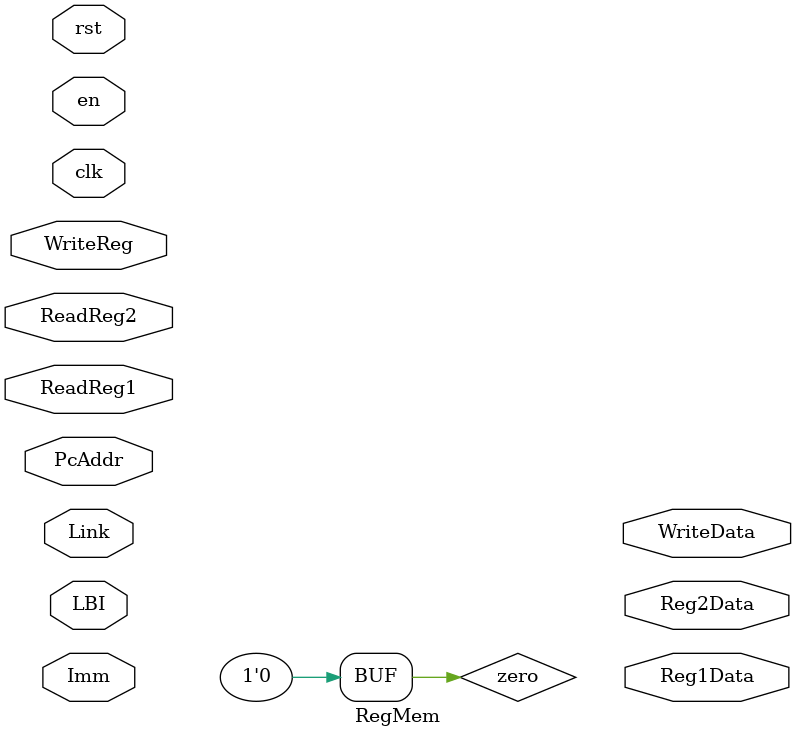
<source format=v>
module RegMem(
    //Output(s)
    Reg1Data,
    Reg2Data,
    //Input(s)
    ReadReg1, //Rs
    ReadReg2, //Rt
    WriteReg, //Rd
    WriteData,
    Imm, 
    clk,
    rst,
    PcAddr,
    LBI, Link, en   //Control Signals  // clarify or rename 
                    //LBI-load byte immediate (True: use Rs, False: Else)
                    //Link - Jal/Jalr (True: use R7)
);
    parameter REG_WIDTH = 16;
    parameter REG_DEPTH = 8;
    parameter REG_LENGTH = 128; // = 16 * 8

    input wire clk, rst;
    input wire LBI, Link, en;
    input wire[15:0] PcAddr, Imm;
    input wire[2:0] ReadReg1, ReadReg2, WriteReg ;
    output wire[15:0] Reg1Data, Reg2Data, WriteData;

    //Write Register Logic
    // WriteReg: Rd
    // LBI True: Pass Rs
    // LBI False: Rd
    // Link True: Pass R7
    // Link False: Rd or Rs
    wire [2:0] loadImm, LinkReg;
    assign loadImm = LBI ? ReadReg1 : WriteReg; 
    assign LinkReg = Link ? 3'h7 : loadImm;

    //Write Register Data logic
    wire [15:0] data, PcSum2, ImmSel;
    wire zero;
    assign zero = 0; 

    // PC_1 -> Jump Instr: set Rs to PC_1 + 2 (next instr), set PC_addr to PC_1 + 2 + Imm, currently we output PC_1+2
    // PC_2 +2 -> ...
    // So, we can cut out cla16b again (sorry) and just use PC in place of PcSum2, unless cylce shenanigans occur.
    
    // cla16b Pc2(.sum(PcSum2), .cOut(), .inA(PC), .inB(2), .cIn(zero));   
    assign ImmSel = LBI ? Imm : WriteData;
    assign data = Link ? PcAddr : ImmSel ;      

    wire[15:0] out1, out2;
    rf RegFile(.read1OutData(out1), .read2OutData(out2), .err(),
                  .clk(clk), .rst(rst), .read1RegSel(ReadReg1), .read2RegSel(ReadReg2),
                  .writeRegSel(LinkReg), .writeInData(data), .writeEn(en));
endmodule
</source>
